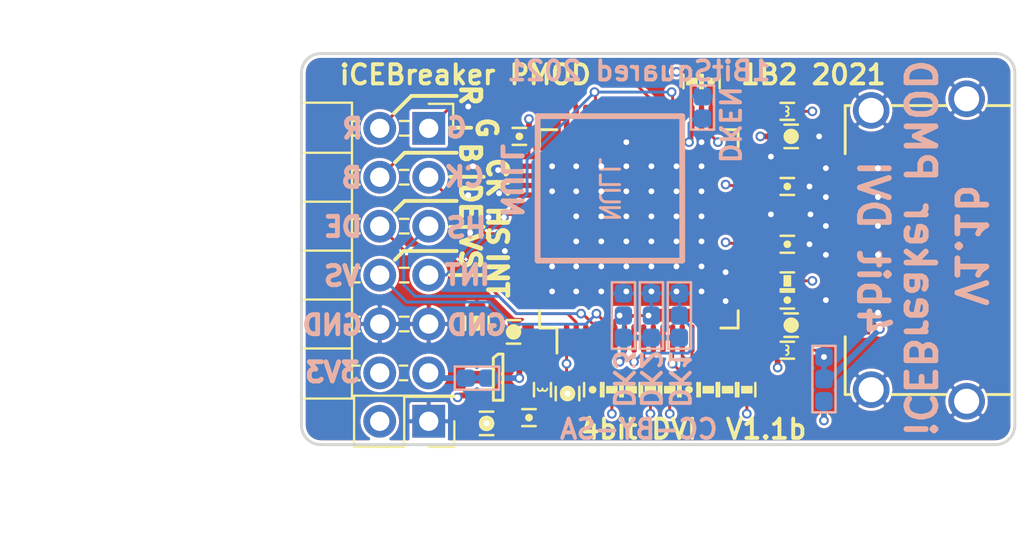
<source format=kicad_pcb>
(kicad_pcb (version 20171130) (host pcbnew 5.1.10)
  (title_block (title "iCEBreaker PMOD - 4bit DVI") (rev V1.0a) (company 1BitSquared) (comment 1 "(C) 2018-2021 Piotr Esden-Tempski <piotr@esden.net>") (comment 2 "(C) 2018-2021 1BitSquared <info@1bitsquared.com>") (comment 3 "License: CC-BY-SA V4.0"))
  (layers (0 F.Cu signal) (1 In1.Cu signal) (2 In2.Cu signal) (31 B.Cu signal) (34 B.Paste user) (35 F.Paste user) (36 B.SilkS user) (37 F.SilkS user) (38 B.Mask user) (39 F.Mask user) (44 Edge.Cuts user))
  (net 0 "")
  (net 1 GND)
  (net 2 +3V3)
  (net 3 "Net-(J4-Pad2)")
  (net 4 +5V)
  (net 5 "Net-(C3-Pad1)")
  (net 6 /DVDD)
  (net 7 /DE)
  (net 8 /VREF)
  (net 9 /HS)
  (net 10 /VS)
  (net 11 /EDGE-HTPLG)
  (net 12 /~PD)
  (net 13 "Net-(U2-Pad11)")
  (net 14 /ISEL-~RST)
  (net 15 /DSEL-SDA)
  (net 16 /BSEL-SCL)
  (net 17 /PVDD)
  (net 18 /CK-)
  (net 19 /CK+)
  (net 20 /TVDD)
  (net 21 /D0-)
  (net 22 /D0+)
  (net 23 /D1-)
  (net 24 /D1+)
  (net 25 /D2-)
  (net 26 /D2+)
  (net 27 /DKEN)
  (net 28 /RED)
  (net 29 /GRN)
  (net 30 /BLU)
  (net 31 /CLK)
  (net 32 "Net-(J5-Pad19)")
  (net 33 "Net-(J5-Pad16)")
  (net 34 "Net-(J5-Pad15)")
  (net 35 "Net-(J5-Pad14)")
  (net 36 "Net-(J5-Pad13)")
  (net 37 "Net-(J1-Pad12)")
  (net 38 /TFADJ)
  (net 39 /INT)
  (net 40 /DK3)
  (net 41 /DK2)
  (net 42 /DK1)
  (module pkl_logos:null_Logo_SilkS_7.5mm (layer B.Cu) (at 46 37 90)
    (fp_text reference REF** hide)
    (fp_text value null_Logo_SilkS_7.5mm hide)
  )
  (module pkl_connectors:HDMI-10029449-111RLF (layer F.Cu) (at 59.5 40.2 90)
    (fp_text reference J5)
    (fp_text value HDMI_A_1.4 hide)
    (pad SH thru_hole circle (at -7.85 5 90) (size 1.9 1.9) (drill 1.3) (layers *.Cu *.Mask) (net 1 GND))
    (pad SH thru_hole circle (at 7.85 5 90) (size 1.9 1.9) (drill 1.3) (layers *.Cu *.Mask) (net 1 GND))
    (pad SH thru_hole circle (at 7.25 0.05 90) (size 1.9 1.9) (drill 1.3) (layers *.Cu *.Mask) (net 1 GND))
    (pad SH thru_hole circle (at -7.25 0.05 90) (size 1.9 1.9) (drill 1.3) (layers *.Cu *.Mask) (net 1 GND))
    (pad 2 smd roundrect (at 4.25 -0.95 90) (size 0.28 1.9) (layers F.Cu F.Paste F.Mask) (net 1 GND))
    (pad 3 smd roundrect (at 3.75 -0.95 90) (size 0.28 1.9) (layers F.Cu F.Paste F.Mask) (net 25 /D2-))
    (pad 4 smd roundrect (at 3.25 -0.95 90) (size 0.28 1.9) (layers F.Cu F.Paste F.Mask) (net 24 /D1+))
    (pad 5 smd roundrect (at 2.75 -0.95 90) (size 0.28 1.9) (layers F.Cu F.Paste F.Mask) (net 1 GND))
    (pad 6 smd roundrect (at 2.25 -0.95 90) (size 0.28 1.9) (layers F.Cu F.Paste F.Mask) (net 23 /D1-))
    (pad 7 smd roundrect (at 1.75 -0.95 90) (size 0.28 1.9) (layers F.Cu F.Paste F.Mask) (net 22 /D0+))
    (pad 8 smd roundrect (at 1.25 -0.95 90) (size 0.28 1.9) (layers F.Cu F.Paste F.Mask) (net 1 GND))
    (pad 9 smd roundrect (at 0.75 -0.95 90) (size 0.28 1.9) (layers F.Cu F.Paste F.Mask) (net 21 /D0-))
    (pad 10 smd roundrect (at 0.25 -0.95 90) (size 0.28 1.9) (layers F.Cu F.Paste F.Mask) (net 19 /CK+))
    (pad 11 smd roundrect (at -0.25 -0.95 90) (size 0.28 1.9) (layers F.Cu F.Paste F.Mask) (net 1 GND))
    (pad 12 smd roundrect (at -0.75 -0.95 90) (size 0.28 1.9) (layers F.Cu F.Paste F.Mask) (net 18 /CK-))
    (pad 13 smd roundrect (at -1.25 -0.95 90) (size 0.28 1.9) (layers F.Cu F.Paste F.Mask) (net 36 "Net-(J5-Pad13)"))
    (pad 14 smd roundrect (at -1.75 -0.95 90) (size 0.28 1.9) (layers F.Cu F.Paste F.Mask) (net 35 "Net-(J5-Pad14)"))
    (pad 15 smd roundrect (at -2.25 -0.95 90) (size 0.28 1.9) (layers F.Cu F.Paste F.Mask) (net 34 "Net-(J5-Pad15)"))
    (pad 16 smd roundrect (at -2.75 -0.95 90) (size 0.28 1.9) (layers F.Cu F.Paste F.Mask) (net 33 "Net-(J5-Pad16)"))
    (pad 17 smd roundrect (at -3.25 -0.95 90) (size 0.28 1.9) (layers F.Cu F.Paste F.Mask) (net 1 GND))
    (pad 18 smd roundrect (at -3.75 -0.95 90) (size 0.28 1.9) (layers F.Cu F.Paste F.Mask) (net 3 "Net-(J4-Pad2)"))
    (pad 1 smd roundrect (at 4.75 -0.95 90) (size 0.28 1.9) (layers F.Cu F.Paste F.Mask) (net 26 /D2+))
    (pad 19 smd roundrect (at -4.25 -0.95 90) (size 0.28 1.9) (layers F.Cu F.Paste F.Mask) (net 32 "Net-(J5-Pad19)"))
  )
  (module pkl_housings_qfp:TQFP-64-1EP_10x10mm_P0.5mm_EP5x5mm (layer F.Cu) (at 47.5 39.1 90)
    (fp_text reference U2)
    (fp_text value SII164)
    (pad 65 thru_hole circle (at -1.95 3.25 90) (size 0.5 0.5) (drill 0.3) (layers *.Cu) (net 1 GND))
    (pad 65 thru_hole circle (at -3.25 3.25 90) (size 0.5 0.5) (drill 0.3) (layers *.Cu) (net 1 GND))
    (pad 65 thru_hole circle (at 0.65 3.25 90) (size 0.5 0.5) (drill 0.3) (layers *.Cu) (net 1 GND))
    (pad 65 thru_hole circle (at -0.65 3.25 90) (size 0.5 0.5) (drill 0.3) (layers *.Cu) (net 1 GND))
    (pad 65 thru_hole circle (at 3.25 3.25 90) (size 0.5 0.5) (drill 0.3) (layers *.Cu) (net 1 GND))
    (pad 65 thru_hole circle (at 1.95 3.25 90) (size 0.5 0.5) (drill 0.3) (layers *.Cu) (net 1 GND))
    (pad 65 thru_hole circle (at -1.95 1.95 90) (size 0.5 0.5) (drill 0.3) (layers *.Cu) (net 1 GND))
    (pad 65 thru_hole circle (at -3.25 1.95 90) (size 0.5 0.5) (drill 0.3) (layers *.Cu) (net 1 GND))
    (pad 65 thru_hole circle (at 0.65 1.95 90) (size 0.5 0.5) (drill 0.3) (layers *.Cu) (net 1 GND))
    (pad 65 thru_hole circle (at -0.65 1.95 90) (size 0.5 0.5) (drill 0.3) (layers *.Cu) (net 1 GND))
    (pad 65 thru_hole circle (at 3.25 1.95 90) (size 0.5 0.5) (drill 0.3) (layers *.Cu) (net 1 GND))
    (pad 65 thru_hole circle (at 1.95 1.95 90) (size 0.5 0.5) (drill 0.3) (layers *.Cu) (net 1 GND))
    (pad 65 thru_hole circle (at -3.25 0.65 90) (size 0.5 0.5) (drill 0.3) (layers *.Cu) (net 1 GND))
    (pad 65 thru_hole circle (at 0.65 0.65 90) (size 0.5 0.5) (drill 0.3) (layers *.Cu) (net 1 GND))
    (pad 65 thru_hole circle (at -0.65 0.65 90) (size 0.5 0.5) (drill 0.3) (layers *.Cu) (net 1 GND))
    (pad 65 thru_hole circle (at 1.95 0.65 90) (size 0.5 0.5) (drill 0.3) (layers *.Cu) (net 1 GND))
    (pad 65 thru_hole circle (at -1.95 0.65 90) (size 0.5 0.5) (drill 0.3) (layers *.Cu) (net 1 GND))
    (pad 65 thru_hole circle (at 3.25 0.65 90) (size 0.5 0.5) (drill 0.3) (layers *.Cu) (net 1 GND))
    (pad 65 thru_hole circle (at -3.25 -0.65 90) (size 0.5 0.5) (drill 0.3) (layers *.Cu) (net 1 GND))
    (pad 65 thru_hole circle (at 0.65 -0.65 90) (size 0.5 0.5) (drill 0.3) (layers *.Cu) (net 1 GND))
    (pad 65 thru_hole circle (at -0.65 -0.65 90) (size 0.5 0.5) (drill 0.3) (layers *.Cu) (net 1 GND))
    (pad 65 thru_hole circle (at 1.95 -0.65 90) (size 0.5 0.5) (drill 0.3) (layers *.Cu) (net 1 GND))
    (pad 65 thru_hole circle (at -1.95 -0.65 90) (size 0.5 0.5) (drill 0.3) (layers *.Cu) (net 1 GND))
    (pad 65 thru_hole circle (at 3.25 -0.65 90) (size 0.5 0.5) (drill 0.3) (layers *.Cu) (net 1 GND))
    (pad 65 thru_hole circle (at 1.95 -1.95 90) (size 0.5 0.5) (drill 0.3) (layers *.Cu) (net 1 GND))
    (pad 65 thru_hole circle (at -1.95 -1.95 90) (size 0.5 0.5) (drill 0.3) (layers *.Cu) (net 1 GND))
    (pad 65 thru_hole circle (at 3.25 -1.95 90) (size 0.5 0.5) (drill 0.3) (layers *.Cu) (net 1 GND))
    (pad 65 thru_hole circle (at -3.25 -1.95 90) (size 0.5 0.5) (drill 0.3) (layers *.Cu) (net 1 GND))
    (pad 65 thru_hole circle (at 0.65 -1.95 90) (size 0.5 0.5) (drill 0.3) (layers *.Cu) (net 1 GND))
    (pad 65 thru_hole circle (at -0.65 -1.95 90) (size 0.5 0.5) (drill 0.3) (layers *.Cu) (net 1 GND))
    (pad 65 thru_hole circle (at 3.25 -3.25 90) (size 0.5 0.5) (drill 0.3) (layers *.Cu) (net 1 GND))
    (pad 65 thru_hole circle (at 1.95 -3.25 90) (size 0.5 0.5) (drill 0.3) (layers *.Cu) (net 1 GND))
    (pad 65 thru_hole circle (at 0.65 -3.25 90) (size 0.5 0.5) (drill 0.3) (layers *.Cu) (net 1 GND))
    (pad 65 thru_hole circle (at -0.65 -3.25 90) (size 0.5 0.5) (drill 0.3) (layers *.Cu) (net 1 GND))
    (pad 65 thru_hole circle (at -1.95 -3.25 90) (size 0.5 0.5) (drill 0.3) (layers *.Cu) (net 1 GND))
    (pad 65 thru_hole circle (at -3.25 -3.25 90) (size 0.5 0.5) (drill 0.3) (layers *.Cu) (net 1 GND))
    (pad 65 smd rect (at 0 0 90) (size 8 8) (layers F.Cu) (net 1 GND))
    (pad 64 smd oval (at -3.75 -5.7 90) (size 0.28 1.5) (layers F.Cu F.Paste F.Mask) (net 1 GND))
    (pad 63 smd oval (at -3.25 -5.7 90) (size 0.28 1.5) (layers F.Cu F.Paste F.Mask) (net 1 GND))
    (pad 62 smd oval (at -2.75 -5.7 90) (size 0.28 1.5) (layers F.Cu F.Paste F.Mask) (net 1 GND))
    (pad 61 smd oval (at -2.25 -5.7 90) (size 0.28 1.5) (layers F.Cu F.Paste F.Mask) (net 1 GND))
    (pad 60 smd oval (at -1.75 -5.7 90) (size 0.28 1.5) (layers F.Cu F.Paste F.Mask) (net 1 GND))
    (pad 59 smd oval (at -1.25 -5.7 90) (size 0.28 1.5) (layers F.Cu F.Paste F.Mask) (net 30 /BLU))
    (pad 58 smd oval (at -0.75 -5.7 90) (size 0.28 1.5) (layers F.Cu F.Paste F.Mask) (net 30 /BLU))
    (pad 57 smd oval (at -0.25 -5.7 90) (size 0.28 1.5) (layers F.Cu F.Paste F.Mask) (net 31 /CLK))
    (pad 56 smd oval (at 0.25 -5.7 90) (size 0.28 1.5) (layers F.Cu F.Paste F.Mask) (net 1 GND))
    (pad 55 smd oval (at 0.75 -5.7 90) (size 0.28 1.5) (layers F.Cu F.Paste F.Mask) (net 39 /INT))
    (pad 54 smd oval (at 1.25 -5.7 90) (size 0.28 1.5) (layers F.Cu F.Paste F.Mask) (net 30 /BLU))
    (pad 53 smd oval (at 1.75 -5.7 90) (size 0.28 1.5) (layers F.Cu F.Paste F.Mask) (net 1 GND))
    (pad 52 smd oval (at 2.25 -5.7 90) (size 0.28 1.5) (layers F.Cu F.Paste F.Mask) (net 1 GND))
    (pad 51 smd oval (at 2.75 -5.7 90) (size 0.28 1.5) (layers F.Cu F.Paste F.Mask) (net 1 GND))
    (pad 50 smd oval (at 3.25 -5.7 90) (size 0.28 1.5) (layers F.Cu F.Paste F.Mask) (net 1 GND))
    (pad 49 smd oval (at 3.75 -5.7 90) (size 0.28 1.5) (layers F.Cu F.Paste F.Mask) (net 17 /PVDD))
    (pad 48 smd oval (at 5.7 -3.75 180) (size 0.28 1.5) (layers F.Cu F.Paste F.Mask) (net 1 GND))
    (pad 47 smd oval (at 5.7 -3.25 180) (size 0.28 1.5) (layers F.Cu F.Paste F.Mask) (net 29 /GRN))
    (pad 46 smd oval (at 5.7 -2.75 180) (size 0.28 1.5) (layers F.Cu F.Paste F.Mask) (net 29 /GRN))
    (pad 45 smd oval (at 5.7 -2.25 180) (size 0.28 1.5) (layers F.Cu F.Paste F.Mask) (net 39 /INT))
    (pad 44 smd oval (at 5.7 -1.75 180) (size 0.28 1.5) (layers F.Cu F.Paste F.Mask) (net 29 /GRN))
    (pad 43 smd oval (at 5.7 -1.25 180) (size 0.28 1.5) (layers F.Cu F.Paste F.Mask) (net 1 GND))
    (pad 42 smd oval (at 5.7 -0.75 180) (size 0.28 1.5) (layers F.Cu F.Paste F.Mask) (net 1 GND))
    (pad 41 smd oval (at 5.7 -0.25 180) (size 0.28 1.5) (layers F.Cu F.Paste F.Mask) (net 1 GND))
    (pad 40 smd oval (at 5.7 0.25 180) (size 0.28 1.5) (layers F.Cu F.Paste F.Mask) (net 1 GND))
    (pad 39 smd oval (at 5.7 0.75 180) (size 0.28 1.5) (layers F.Cu F.Paste F.Mask) (net 28 /RED))
    (pad 38 smd oval (at 5.7 1.25 180) (size 0.28 1.5) (layers F.Cu F.Paste F.Mask) (net 28 /RED))
    (pad 37 smd oval (at 5.7 1.75 180) (size 0.28 1.5) (layers F.Cu F.Paste F.Mask) (net 39 /INT))
    (pad 36 smd oval (at 5.7 2.25 180) (size 0.28 1.5) (layers F.Cu F.Paste F.Mask) (net 28 /RED))
    (pad 35 smd oval (at 5.7 2.75 180) (size 0.28 1.5) (layers F.Cu F.Paste F.Mask) (net 27 /DKEN))
    (pad 34 smd oval (at 5.7 3.25 180) (size 0.28 1.5) (layers F.Cu F.Paste F.Mask) (net 1 GND))
    (pad 33 smd oval (at 5.7 3.75 180) (size 0.28 1.5) (layers F.Cu F.Paste F.Mask) (net 6 /DVDD))
    (pad 32 smd oval (at 3.75 5.7 90) (size 0.28 1.5) (layers F.Cu F.Paste F.Mask) (net 1 GND))
    (pad 31 smd oval (at 3.25 5.7 90) (size 0.28 1.5) (layers F.Cu F.Paste F.Mask) (net 26 /D2+))
    (pad 30 smd oval (at 2.75 5.7 90) (size 0.28 1.5) (layers F.Cu F.Paste F.Mask) (net 25 /D2-))
    (pad 29 smd oval (at 2.25 5.7 90) (size 0.28 1.5) (layers F.Cu F.Paste F.Mask) (net 20 /TVDD))
    (pad 28 smd oval (at 1.75 5.7 90) (size 0.28 1.5) (layers F.Cu F.Paste F.Mask) (net 24 /D1+))
    (pad 27 smd oval (at 1.25 5.7 90) (size 0.28 1.5) (layers F.Cu F.Paste F.Mask) (net 23 /D1-))
    (pad 26 smd oval (at 0.75 5.7 90) (size 0.28 1.5) (layers F.Cu F.Paste F.Mask) (net 1 GND))
    (pad 25 smd oval (at 0.25 5.7 90) (size 0.28 1.5) (layers F.Cu F.Paste F.Mask) (net 22 /D0+))
    (pad 24 smd oval (at -0.25 5.7 90) (size 0.28 1.5) (layers F.Cu F.Paste F.Mask) (net 21 /D0-))
    (pad 23 smd oval (at -0.75 5.7 90) (size 0.28 1.5) (layers F.Cu F.Paste F.Mask) (net 20 /TVDD))
    (pad 22 smd oval (at -1.25 5.7 90) (size 0.28 1.5) (layers F.Cu F.Paste F.Mask) (net 19 /CK+))
    (pad 21 smd oval (at -1.75 5.7 90) (size 0.28 1.5) (layers F.Cu F.Paste F.Mask) (net 18 /CK-))
    (pad 20 smd oval (at -2.25 5.7 90) (size 0.28 1.5) (layers F.Cu F.Paste F.Mask) (net 1 GND))
    (pad 19 smd oval (at -2.75 5.7 90) (size 0.28 1.5) (layers F.Cu F.Paste F.Mask) (net 38 /TFADJ))
    (pad 18 smd oval (at -3.25 5.7 90) (size 0.28 1.5) (layers F.Cu F.Paste F.Mask) (net 17 /PVDD))
    (pad 17 smd oval (at -3.75 5.7 90) (size 0.28 1.5) (layers F.Cu F.Paste F.Mask) (net 1 GND))
    (pad 16 smd oval (at -5.7 3.75 180) (size 0.28 1.5) (layers F.Cu F.Paste F.Mask) (net 1 GND))
    (pad 15 smd oval (at -5.7 3.25 180) (size 0.28 1.5) (layers F.Cu F.Paste F.Mask) (net 16 /BSEL-SCL))
    (pad 14 smd oval (at -5.7 2.75 180) (size 0.28 1.5) (layers F.Cu F.Paste F.Mask) (net 15 /DSEL-SDA))
    (pad 13 smd oval (at -5.7 2.25 180) (size 0.28 1.5) (layers F.Cu F.Paste F.Mask) (net 14 /ISEL-~RST))
    (pad 12 smd oval (at -5.7 1.75 180) (size 0.28 1.5) (layers F.Cu F.Paste F.Mask) (net 6 /DVDD))
    (pad 11 smd oval (at -5.7 1.25 180) (size 0.28 1.5) (layers F.Cu F.Paste F.Mask) (net 13 "Net-(U2-Pad11)"))
    (pad 10 smd oval (at -5.7 0.75 180) (size 0.28 1.5) (layers F.Cu F.Paste F.Mask) (net 12 /~PD))
    (pad 9 smd oval (at -5.7 0.25 180) (size 0.28 1.5) (layers F.Cu F.Paste F.Mask) (net 11 /EDGE-HTPLG))
    (pad 8 smd oval (at -5.7 -0.25 180) (size 0.28 1.5) (layers F.Cu F.Paste F.Mask) (net 42 /DK1))
    (pad 7 smd oval (at -5.7 -0.75 180) (size 0.28 1.5) (layers F.Cu F.Paste F.Mask) (net 41 /DK2))
    (pad 6 smd oval (at -5.7 -1.25 180) (size 0.28 1.5) (layers F.Cu F.Paste F.Mask) (net 40 /DK3))
    (pad 5 smd oval (at -5.7 -1.75 180) (size 0.28 1.5) (layers F.Cu F.Paste F.Mask) (net 10 /VS))
    (pad 4 smd oval (at -5.7 -2.25 180) (size 0.28 1.5) (layers F.Cu F.Paste F.Mask) (net 9 /HS))
    (pad 3 smd oval (at -5.7 -2.75 180) (size 0.28 1.5) (layers F.Cu F.Paste F.Mask) (net 8 /VREF))
    (pad 2 smd oval (at -5.7 -3.25 180) (size 0.28 1.5) (layers F.Cu F.Paste F.Mask) (net 7 /DE))
    (pad 1 smd oval (at -5.7 -3.75 180) (size 0.28 1.5) (layers F.Cu F.Paste F.Mask) (net 6 /DVDD))
  )
  (module pkl_jumpers:J_0603 (layer B.Cu) (at 50.8 32.8 90)
    (fp_text reference J9)
    (fp_text value sj)
    (pad 2 smd roundrect (at 0.575 0 90) (size 0.95 0.9) (layers B.Cu B.Mask) (net 1 GND))
    (pad 1 smd roundrect (at -0.575 0 90) (size 0.95 0.9) (layers B.Cu B.Mask) (net 27 /DKEN))
  )
  (module pkl_jumpers:J_NCNO_0903_15 (layer B.Cu) (at 49.6 43.6 270)
    (fp_text reference J8)
    (fp_text value sj)
    (fp_line (start -0.675 0) (end -0.475 0) (layer B.Cu) (width 0.15))
    (pad 3 smd roundrect (at 1.15 0 270) (size 0.95 0.9) (layers B.Cu B.Mask) (net 2 +3V3))
    (pad 2 smd roundrect (at 0 0 270) (size 0.95 0.9) (layers B.Cu B.Mask) (net 42 /DK1))
    (pad 1 smd roundrect (at -1.15 0 270) (size 0.95 0.9) (layers B.Cu B.Mask) (net 1 GND))
  )
  (module pkl_jumpers:J_NCNO_0903_15 (layer B.Cu) (at 48.15 43.6 270)
    (fp_text reference J7)
    (fp_text value sj)
    (fp_line (start -0.675 0) (end -0.475 0) (layer B.Cu) (width 0.15))
    (pad 3 smd roundrect (at 1.15 0 270) (size 0.95 0.9) (layers B.Cu B.Mask) (net 2 +3V3))
    (pad 2 smd roundrect (at 0 0 270) (size 0.95 0.9) (layers B.Cu B.Mask) (net 41 /DK2))
    (pad 1 smd roundrect (at -1.15 0 270) (size 0.95 0.9) (layers B.Cu B.Mask) (net 1 GND))
  )
  (module pkl_jumpers:J_NCNO_0903_15 (layer B.Cu) (at 46.7 43.6 90)
    (fp_text reference J6 hide)
    (fp_text value sj hide)
    (fp_line (start -0.675 0) (end -0.475 0) (layer B.Cu) (width 0.15))
    (pad 3 smd roundrect (at 1.15 0 90) (size 0.95 0.9) (layers B.Cu B.Mask) (net 1 GND))
    (pad 2 smd roundrect (at 0 0 90) (size 0.95 0.9) (layers B.Cu B.Mask) (net 40 /DK3))
    (pad 1 smd roundrect (at -1.15 0 90) (size 0.95 0.9) (layers B.Cu B.Mask) (net 2 +3V3))
  )
  (module pkl_dipol:C_0402 (layer F.Cu) (at 41.3 34.3 180)
    (fp_text reference C11)
    (fp_text value 100n)
    (pad 2 smd roundrect (at 0.5 0 180) (size 0.5 0.6) (layers F.Cu F.Paste F.Mask) (net 1 GND))
    (pad 1 smd roundrect (at -0.5 0 180) (size 0.5 0.6) (layers F.Cu F.Paste F.Mask) (net 17 /PVDD))
  )
  (module pkl_connectors:PMODHeader_2x06_P2.54mm_Horizontal (layer F.Cu) (at 36.6 46.58 180)
    (fp_text reference J1)
    (fp_text value PMOD)
    (pad 6 thru_hole circle (at 0 0 180) (size 1.7 1.7) (drill 1) (layers *.Cu *.Mask) (net 37 "Net-(J1-Pad12)"))
    (pad 12 thru_hole oval (at 2.54 0 180) (size 1.7 1.7) (drill 1) (layers *.Cu *.Mask) (net 37 "Net-(J1-Pad12)"))
    (pad 5 thru_hole oval (at 0 2.54 180) (size 1.7 1.7) (drill 1) (layers *.Cu *.Mask) (net 1 GND))
    (pad 11 thru_hole oval (at 2.54 2.54 180) (size 1.7 1.7) (drill 1) (layers *.Cu *.Mask) (net 1 GND))
    (pad 4 thru_hole oval (at 0 5.08 180) (size 1.7 1.7) (drill 1) (layers *.Cu *.Mask) (net 39 /INT))
    (pad 10 thru_hole oval (at 2.54 5.08 180) (size 1.7 1.7) (drill 1) (layers *.Cu *.Mask) (net 10 /VS))
    (pad 3 thru_hole oval (at 0 7.62 180) (size 1.7 1.7) (drill 1) (layers *.Cu *.Mask) (net 9 /HS))
    (pad 9 thru_hole oval (at 2.54 7.62 180) (size 1.7 1.7) (drill 1) (layers *.Cu *.Mask) (net 7 /DE))
    (pad 2 thru_hole oval (at 0 10.16 180) (size 1.7 1.7) (drill 1) (layers *.Cu *.Mask) (net 31 /CLK))
    (pad 8 thru_hole oval (at 2.54 10.16 180) (size 1.7 1.7) (drill 1) (layers *.Cu *.Mask) (net 30 /BLU))
    (pad 1 thru_hole rect (at 0 12.7 180) (size 1.7 1.7) (drill 1) (layers *.Cu *.Mask) (net 29 /GRN))
    (pad 7 thru_hole circle (at 2.54 12.7 180) (size 1.7 1.7) (drill 1) (layers *.Cu *.Mask) (net 28 /RED))
  )
  (module Connector_PinHeader_2.54mm:PinHeader_2x01_P2.54mm_Vertical (layer F.Cu) (at 36.6 49.09 180)
    (fp_text reference J3)
    (fp_text value 5V)
    (pad 1 thru_hole rect (at 0 0 180) (size 1.7 1.7) (drill 1) (layers *.Cu *.Mask) (net 1 GND))
    (pad 2 thru_hole oval (at 2.54 0 180) (size 1.7 1.7) (drill 1) (layers *.Cu *.Mask) (net 4 +5V))
  )
  (module pkl_jumpers:J_NCNO_0903_30 (layer B.Cu) (at 57.1 46.9 270)
    (fp_text reference J4)
    (fp_text value 3v3_5v_sel)
    (fp_line (start -0.775 0) (end -0.375 0) (layer B.Cu) (width 0.3))
    (pad 1 smd roundrect (at -1.15 0 270) (size 0.95 0.9) (layers B.Cu B.Paste B.Mask) (net 2 +3V3))
    (pad 2 smd roundrect (at 0 0 270) (size 0.95 0.9) (layers B.Cu B.Paste B.Mask) (net 3 "Net-(J4-Pad2)"))
    (pad 3 smd roundrect (at 1.15 0 270) (size 0.95 0.9) (layers B.Cu B.Paste B.Mask) (net 4 +5V))
  )
  (module pkl_jumpers:J_NC_0603_30 (layer B.Cu) (at 39.1 46.85 180)
    (fp_text reference J2)
    (fp_text value jmp)
    (fp_line (start -0.2 0) (end 0.2 0) (layer B.Cu) (width 0.3))
    (pad 1 smd roundrect (at -0.575 0 180) (size 0.95 0.9) (layers B.Cu B.Paste B.Mask) (net 2 +3V3))
    (pad 2 smd roundrect (at 0.575 0 180) (size 0.95 0.9) (layers B.Cu B.Paste B.Mask) (net 37 "Net-(J1-Pad12)"))
  )
  (module pkl_dipol:C_0402 (layer F.Cu) (at 51.25 31.45 90)
    (fp_text reference C6)
    (fp_text value 100n)
    (pad 2 smd roundrect (at 0.5 0 90) (size 0.5 0.6) (layers F.Cu F.Paste F.Mask) (net 1 GND))
    (pad 1 smd roundrect (at -0.5 0 90) (size 0.5 0.6) (layers F.Cu F.Paste F.Mask) (net 6 /DVDD))
  )
  (module pkl_dipol:C_0402 (layer F.Cu) (at 55.2 39.9)
    (fp_text reference C7)
    (fp_text value 100n)
    (pad 1 smd roundrect (at -0.5 0) (size 0.5 0.6) (layers F.Cu F.Paste F.Mask) (net 20 /TVDD))
    (pad 2 smd roundrect (at 0.5 0) (size 0.5 0.6) (layers F.Cu F.Paste F.Mask) (net 1 GND))
  )
  (module pkl_dipol:C_0402 (layer F.Cu) (at 45.1 47.45 270)
    (fp_text reference C8)
    (fp_text value 100n)
    (pad 2 smd roundrect (at 0.5 0 270) (size 0.5 0.6) (layers F.Cu F.Paste F.Mask) (net 1 GND))
    (pad 1 smd roundrect (at -0.5 0 270) (size 0.5 0.6) (layers F.Cu F.Paste F.Mask) (net 6 /DVDD))
  )
  (module pkl_dipol:C_0402 (layer F.Cu) (at 55.2 42.8)
    (fp_text reference C9)
    (fp_text value 100n)
    (pad 1 smd roundrect (at -0.5 0) (size 0.5 0.6) (layers F.Cu F.Paste F.Mask) (net 17 /PVDD))
    (pad 2 smd roundrect (at 0.5 0) (size 0.5 0.6) (layers F.Cu F.Paste F.Mask) (net 1 GND))
  )
  (module pkl_dipol:C_0402 (layer F.Cu) (at 55.2 36.9)
    (fp_text reference C10)
    (fp_text value 100n)
    (pad 2 smd roundrect (at 0.5 0) (size 0.5 0.6) (layers F.Cu F.Paste F.Mask) (net 1 GND))
    (pad 1 smd roundrect (at -0.5 0) (size 0.5 0.6) (layers F.Cu F.Paste F.Mask) (net 20 /TVDD))
  )
  (module pkl_dipol:C_0402 (layer F.Cu) (at 50.1 47.45 270)
    (fp_text reference C5)
    (fp_text value 100n)
    (pad 2 smd roundrect (at 0.5 0 270) (size 0.5 0.6) (layers F.Cu F.Paste F.Mask) (net 1 GND))
    (pad 1 smd roundrect (at -0.5 0 270) (size 0.5 0.6) (layers F.Cu F.Paste F.Mask) (net 6 /DVDD))
  )
  (module pkl_dipol:C_0402 (layer F.Cu) (at 41.8 48.9)
    (fp_text reference C3)
    (fp_text value 470p)
    (pad 1 smd roundrect (at -0.5 0) (size 0.5 0.6) (layers F.Cu F.Paste F.Mask) (net 5 "Net-(C3-Pad1)"))
    (pad 2 smd roundrect (at 0.5 0) (size 0.5 0.6) (layers F.Cu F.Paste F.Mask) (net 1 GND))
  )
  (module pkl_dipol:C_0603 (layer F.Cu) (at 43.8 47.65 270)
    (fp_text reference C14)
    (fp_text value 10u)
    (pad 2 smd roundrect (at 0.75 0 270) (size 0.6 0.9) (layers F.Cu F.Paste F.Mask) (net 1 GND))
    (pad 1 smd roundrect (at -0.75 0 270) (size 0.6 0.9) (layers F.Cu F.Paste F.Mask) (net 6 /DVDD))
  )
  (module pkl_dipol:C_0603 (layer F.Cu) (at 55.4 34.3)
    (fp_text reference C16)
    (fp_text value 10u)
    (pad 1 smd roundrect (at -0.75 0) (size 0.6 0.9) (layers F.Cu F.Paste F.Mask) (net 20 /TVDD))
    (pad 2 smd roundrect (at 0.75 0) (size 0.6 0.9) (layers F.Cu F.Paste F.Mask) (net 1 GND))
  )
  (module pkl_dipol:C_0603 (layer F.Cu) (at 55.4 44.1)
    (fp_text reference C15)
    (fp_text value 10u)
    (pad 2 smd roundrect (at 0.75 0) (size 0.6 0.9) (layers F.Cu F.Paste F.Mask) (net 1 GND))
    (pad 1 smd roundrect (at -0.75 0) (size 0.6 0.9) (layers F.Cu F.Paste F.Mask) (net 17 /PVDD))
  )
  (module pkl_dipol:C_0603 (layer F.Cu) (at 39.1 44 90)
    (fp_text reference C2)
    (fp_text value 4u7)
    (pad 1 smd roundrect (at -0.75 0 90) (size 0.6 0.9) (layers F.Cu F.Paste F.Mask) (net 4 +5V))
    (pad 2 smd roundrect (at 0.75 0 90) (size 0.6 0.9) (layers F.Cu F.Paste F.Mask) (net 1 GND))
  )
  (module pkl_dipol:C_0603 (layer F.Cu) (at 39.6 49.2)
    (fp_text reference C1)
    (fp_text value 10u)
    (pad 2 smd roundrect (at 0.75 0) (size 0.6 0.9) (layers F.Cu F.Paste F.Mask) (net 1 GND))
    (pad 1 smd roundrect (at -0.75 0) (size 0.6 0.9) (layers F.Cu F.Paste F.Mask) (net 2 +3V3))
  )
  (module pkl_dipol:C_0603 (layer F.Cu) (at 41 44.45 180)
    (fp_text reference C4)
    (fp_text value 4u7)
    (pad 1 smd roundrect (at -0.75 0 180) (size 0.6 0.9) (layers F.Cu F.Paste F.Mask) (net 2 +3V3))
    (pad 2 smd roundrect (at 0.75 0 180) (size 0.6 0.9) (layers F.Cu F.Paste F.Mask) (net 1 GND))
  )
  (module pkl_dipol:L_0402 (layer F.Cu) (at 55.2 33 180)
    (fp_text reference L3)
    (fp_text value 600)
    (pad 1 smd roundrect (at -0.5 0 180) (size 0.5 0.6) (layers F.Cu F.Paste F.Mask) (net 2 +3V3))
    (pad 2 smd roundrect (at 0.5 0 180) (size 0.5 0.6) (layers F.Cu F.Paste F.Mask) (net 20 /TVDD))
  )
  (module pkl_dipol:L_0402 (layer F.Cu) (at 42.5 47.45 90)
    (fp_text reference L1)
    (fp_text value 600)
    (pad 2 smd roundrect (at 0.5 0 90) (size 0.5 0.6) (layers F.Cu F.Paste F.Mask) (net 6 /DVDD))
    (pad 1 smd roundrect (at -0.5 0 90) (size 0.5 0.6) (layers F.Cu F.Paste F.Mask) (net 2 +3V3))
  )
  (module pkl_dipol:L_0402 (layer F.Cu) (at 55.2 45.4 180)
    (fp_text reference L2)
    (fp_text value 600)
    (pad 1 smd roundrect (at -0.5 0 180) (size 0.5 0.6) (layers F.Cu F.Paste F.Mask) (net 2 +3V3))
    (pad 2 smd roundrect (at 0.5 0 180) (size 0.5 0.6) (layers F.Cu F.Paste F.Mask) (net 17 /PVDD))
  )
  (module pkl_dipol:R_0402 (layer F.Cu) (at 55.2 41.8 180)
    (fp_text reference R9)
    (fp_text value 510E)
    (pad 1 smd roundrect (at -0.5 0 180) (size 0.5 0.6) (layers F.Cu F.Paste F.Mask) (net 2 +3V3))
    (pad 2 smd roundrect (at 0.5 0 180) (size 0.5 0.6) (layers F.Cu F.Paste F.Mask) (net 38 /TFADJ))
  )
  (module pkl_dipol:R_0402 (layer F.Cu) (at 52.1 47.45 270)
    (fp_text reference R8)
    (fp_text value 10k)
    (pad 2 smd roundrect (at 0.5 0 270) (size 0.5 0.6) (layers F.Cu F.Paste F.Mask) (net 1 GND))
    (pad 1 smd roundrect (at -0.5 0 270) (size 0.5 0.6) (layers F.Cu F.Paste F.Mask) (net 15 /DSEL-SDA))
  )
  (module pkl_dipol:R_0402 (layer F.Cu) (at 51.1 47.45 270)
    (fp_text reference R7)
    (fp_text value 10k)
    (pad 1 smd roundrect (at -0.5 0 270) (size 0.5 0.6) (layers F.Cu F.Paste F.Mask) (net 14 /ISEL-~RST))
    (pad 2 smd roundrect (at 0.5 0 270) (size 0.5 0.6) (layers F.Cu F.Paste F.Mask) (net 1 GND))
  )
  (module pkl_dipol:R_0402 (layer F.Cu) (at 47.1 47.45 270)
    (fp_text reference R6)
    (fp_text value DNP)
    (pad 2 smd roundrect (at 0.5 0 270) (size 0.5 0.6) (layers F.Cu F.Paste F.Mask) (net 1 GND))
    (pad 1 smd roundrect (at -0.5 0 270) (size 0.5 0.6) (layers F.Cu F.Paste F.Mask) (net 8 /VREF))
  )
  (module pkl_dipol:R_0402 (layer F.Cu) (at 46.1 47.45 90)
    (fp_text reference R5)
    (fp_text value 33k)
    (pad 1 smd roundrect (at -0.5 0 90) (size 0.5 0.6) (layers F.Cu F.Paste F.Mask) (net 2 +3V3))
    (pad 2 smd roundrect (at 0.5 0 90) (size 0.5 0.6) (layers F.Cu F.Paste F.Mask) (net 8 /VREF))
  )
  (module pkl_dipol:R_0402 (layer F.Cu) (at 53.1 47.45 90)
    (fp_text reference R1)
    (fp_text value 10k)
    (pad 2 smd roundrect (at 0.5 0 90) (size 0.5 0.6) (layers F.Cu F.Paste F.Mask) (net 16 /BSEL-SCL))
    (pad 1 smd roundrect (at -0.5 0 90) (size 0.5 0.6) (layers F.Cu F.Paste F.Mask) (net 2 +3V3))
  )
  (module pkl_dipol:R_0402 (layer F.Cu) (at 49.1 47.45 90)
    (fp_text reference R2)
    (fp_text value 10k)
    (pad 1 smd roundrect (at -0.5 0 90) (size 0.5 0.6) (layers F.Cu F.Paste F.Mask) (net 2 +3V3))
    (pad 2 smd roundrect (at 0.5 0 90) (size 0.5 0.6) (layers F.Cu F.Paste F.Mask) (net 12 /~PD))
  )
  (module pkl_dipol:R_0402 (layer F.Cu) (at 50.25 31.45 270)
    (fp_text reference R3)
    (fp_text value 10k)
    (pad 2 smd roundrect (at 0.5 0 270) (size 0.5 0.6) (layers F.Cu F.Paste F.Mask) (net 27 /DKEN))
    (pad 1 smd roundrect (at -0.5 0 270) (size 0.5 0.6) (layers F.Cu F.Paste F.Mask) (net 2 +3V3))
  )
  (module pkl_dipol:R_0402 (layer F.Cu) (at 48.1 47.45 90)
    (fp_text reference R4)
    (fp_text value 10k)
    (pad 1 smd roundrect (at -0.5 0 90) (size 0.5 0.6) (layers F.Cu F.Paste F.Mask) (net 2 +3V3))
    (pad 2 smd roundrect (at 0.5 0 90) (size 0.5 0.6) (layers F.Cu F.Paste F.Mask) (net 11 /EDGE-HTPLG))
  )
  (module pkl_housings_sot:SOT-23-5 (layer F.Cu) (at 40.2 46.799999 180)
    (fp_text reference U1)
    (fp_text value VREG_3V3)
    (pad 1 smd roundrect (at 1.1 0.95) (size 1.06 0.65) (layers F.Cu F.Paste F.Mask) (net 4 +5V))
    (pad 2 smd roundrect (at 1.1 0) (size 1.06 0.65) (layers F.Cu F.Paste F.Mask) (net 1 GND))
    (pad 3 smd roundrect (at 1.1 -0.95) (size 1.06 0.65) (layers F.Cu F.Paste F.Mask) (net 4 +5V))
    (pad 4 smd roundrect (at -1.1 -0.95) (size 1.06 0.65) (layers F.Cu F.Paste F.Mask) (net 5 "Net-(C3-Pad1)"))
    (pad 5 smd roundrect (at -1.1 0.95) (size 1.06 0.65) (layers F.Cu F.Paste F.Mask) (net 2 +3V3))
  )
  (gr_text DKEN (at 52.2 33.7 270) (layer B.SilkS) (effects (font (size 1 1) (thickness 0.2)) (justify mirror)))
  (gr_text DK3 (at 46.7 46.9 270) (layer B.SilkS) (effects (font (size 1 1) (thickness 0.2)) (justify mirror)))
  (gr_text DK2 (at 48.1 46.9 270) (layer B.SilkS) (effects (font (size 1 1) (thickness 0.2)) (justify mirror)))
  (gr_text DK1 (at 49.6 46.9 270) (layer B.SilkS) (effects (font (size 1 1) (thickness 0.2)) (justify mirror)))
  (gr_text NULL (at 40.9 36.6 -90) (layer B.SilkS) (effects (font (size 1 1) (thickness 0.25)) (justify mirror)))
  (gr_text 3V3 (at 31.6 46.55) (layer B.SilkS) (effects (font (size 1 1) (thickness 0.25)) (justify mirror)))
  (gr_text GND (at 39.1 44.1) (layer B.SilkS) (effects (font (size 1 1) (thickness 0.25)) (justify mirror)))
  (gr_text GND (at 31.6 44.1) (layer B.SilkS) (effects (font (size 1 1) (thickness 0.25)) (justify mirror)))
  (gr_text "1BitSquared 2021" (at 47.5 30.9) (layer B.SilkS) (effects (font (size 1 1) (thickness 0.2)) (justify mirror)))
  (gr_text CC-BY-SA (at 47.5 49.5) (layer B.SilkS) (effects (font (size 1 1) (thickness 0.2)) (justify mirror)))
  (gr_text "1B2 2021" (at 56.55 31.1) (layer F.SilkS) (effects (font (size 1 1) (thickness 0.2))))
  (gr_text R (at 32.65 33.9) (layer B.SilkS) (effects (font (size 1 1) (thickness 0.25)) (justify mirror)))
  (gr_text G (at 38.05 33.85) (layer B.SilkS) (effects (font (size 1 1) (thickness 0.25)) (justify mirror)))
  (gr_text B (at 32.6 36.45) (layer B.SilkS) (effects (font (size 1 1) (thickness 0.25)) (justify mirror)))
  (gr_text CK (at 38.45 36.4) (layer B.SilkS) (effects (font (size 1 1) (thickness 0.25)) (justify mirror)))
  (gr_text DE (at 32.15 39) (layer B.SilkS) (effects (font (size 1 1) (thickness 0.25)) (justify mirror)))
  (gr_text HS (at 38.55 39.05) (layer B.SilkS) (effects (font (size 1 1) (thickness 0.25)) (justify mirror)))
  (gr_text VS (at 32.1 41.55) (layer B.SilkS) (effects (font (size 1 1) (thickness 0.25)) (justify mirror)))
  (gr_text INT (at 38.6 41.5) (layer B.SilkS) (effects (font (size 1 1) (thickness 0.25)) (justify mirror)))
  (gr_line (start 37.7 41.5) (end 39.45 41.5) (layer F.SilkS) (width 0.2))
  (gr_line (start 35.3 40.25) (end 38.05 40.25) (layer F.SilkS) (width 0.2))
  (gr_line (start 34.85 40.7) (end 35.3 40.25) (layer F.SilkS) (width 0.2))
  (gr_line (start 37.7 39) (end 39.45 39) (layer F.SilkS) (width 0.2))
  (gr_line (start 35.35 37.65) (end 38.05 37.65) (layer F.SilkS) (width 0.2))
  (gr_line (start 34.85 38.15) (end 35.35 37.65) (layer F.SilkS) (width 0.2))
  (gr_line (start 37.7 36.4) (end 39.45 36.4) (layer F.SilkS) (width 0.2))
  (gr_line (start 35.35 35.15) (end 38.05 35.15) (layer F.SilkS) (width 0.2))
  (gr_line (start 34.85 35.65) (end 35.35 35.15) (layer F.SilkS) (width 0.2))
  (gr_line (start 37.7 33.85) (end 38.8 33.85) (layer F.SilkS) (width 0.2))
  (gr_line (start 35.7 32.2) (end 38.05 32.2) (layer F.SilkS) (width 0.2))
  (gr_line (start 34.8 33.1) (end 35.7 32.2) (layer F.SilkS) (width 0.2))
  (gr_text INT (at 40.15 41.5 270) (layer F.SilkS) (effects (font (size 1 1) (thickness 0.25))))
  (gr_text HS (at 40.15 38.95 270) (layer F.SilkS) (effects (font (size 1 1) (thickness 0.25))))
  (gr_text VS (at 38.75 40.25 270) (layer F.SilkS) (effects (font (size 1 1) (thickness 0.25))))
  (gr_text DE (at 38.75 37.7 270) (layer F.SilkS) (effects (font (size 1 1) (thickness 0.25))))
  (gr_text CK (at 40.15 36.45 270) (layer F.SilkS) (effects (font (size 1 1) (thickness 0.25))))
  (gr_text B (at 38.75 35.15 270) (layer F.SilkS) (effects (font (size 1 1) (thickness 0.25))))
  (gr_text G (at 39.6 33.85 270) (layer F.SilkS) (effects (font (size 1 1) (thickness 0.25))))
  (gr_text R (at 38.75 32.15 270) (layer F.SilkS) (effects (font (size 1 1) (thickness 0.25))))
  (gr_text "iCEBreaker PMOD" (at 38.5 31.1) (layer F.SilkS) (effects (font (size 1 1) (thickness 0.2))))
  (gr_line (start 66 50.3) (end 31 50.3) (layer Edge.Cuts) (width 0.15))
  (gr_arc (start 31 49.3) (end 30 49.3) (angle -90) (layer Edge.Cuts) (width 0.15))
  (gr_arc (start 66 49.3) (end 66 50.3) (angle -90) (layer Edge.Cuts) (width 0.15))
  (gr_text "4bit DVI" (at 47.5 49.5) (layer F.SilkS) (effects (font (size 1 1) (thickness 0.2))))
  (gr_text V1.1b (at 54.1 49.5) (layer F.SilkS) (effects (font (size 1 1) (thickness 0.2))))
  (gr_text V1.1b (at 64.7 39.95 -90) (layer B.SilkS) (effects (font (size 1.5 1.5) (thickness 0.3)) (justify mirror)))
  (gr_text "iCEBreaker PMOD\n4bit DVI" (at 60.85 40.1 270) (layer B.SilkS) (effects (font (size 1.5 1.5) (thickness 0.3)) (justify mirror)))
  (gr_arc (start 66 31) (end 67 31) (angle -90) (layer Edge.Cuts) (width 0.15))
  (gr_arc (start 31 31) (end 31 30) (angle -90) (layer Edge.Cuts) (width 0.15))
  (gr_line (start 30 49.3) (end 30 31) (layer Edge.Cuts) (width 0.15))
  (gr_line (start 67 31) (end 67 49.3) (layer Edge.Cuts) (width 0.15))
  (gr_line (start 31 30) (end 66 30) (layer Edge.Cuts) (width 0.15))
  (via (at 43 41.05) (size 0.5) (drill 0.3) (layers F.Cu B.Cu) (net 1))
  (via (at 43 42.35) (size 0.5) (drill 0.3) (layers F.Cu B.Cu) (net 1))
  (via (at 43 37.15) (size 0.5) (drill 0.3) (layers F.Cu B.Cu) (net 1))
  (via (at 43 35.85) (size 0.5) (drill 0.3) (layers F.Cu B.Cu) (net 1))
  (via (at 46.85 34.6) (size 0.5) (drill 0.3) (layers F.Cu B.Cu) (net 1))
  (via (at 50.75 34.6) (size 0.5) (drill 0.3) (layers F.Cu B.Cu) (net 1))
  (via (at 57.2 37.45) (size 0.5) (drill 0.3) (layers F.Cu B.Cu) (net 1))
  (via (at 57.2 35.95) (size 0.5) (drill 0.3) (layers F.Cu B.Cu) (net 1))
  (via (at 57.2 38.95) (size 0.5) (drill 0.3) (layers F.Cu B.Cu) (net 1))
  (via (at 57.2 40.45) (size 0.5) (drill 0.3) (layers F.Cu B.Cu) (net 1))
  (via (at 57.2 42.8) (size 0.5) (drill 0.3) (layers F.Cu B.Cu) (net 1))
  (via (at 59.9 40.45) (size 0.5) (drill 0.3) (layers F.Cu B.Cu) (net 1))
  (via (at 59.9 38.95) (size 0.5) (drill 0.3) (layers F.Cu B.Cu) (net 1))
  (via (at 59.9 37.45) (size 0.5) (drill 0.3) (layers F.Cu B.Cu) (net 1))
  (via (at 59.9 35.95) (size 0.5) (drill 0.3) (layers F.Cu B.Cu) (net 1))
  (via (at 59.9 43.45) (size 0.5) (drill 0.3) (layers F.Cu B.Cu) (net 1))
  (segment (start 57.2 43.153553) (end 57.2 42.8) (width 0.15) (layer F.Cu) (net 1))
  (segment (start 57.496447 43.45) (end 57.2 43.153553) (width 0.15) (layer F.Cu) (net 1))
  (segment (start 58.55 43.45) (end 57.496447 43.45) (width 0.15) (layer F.Cu) (net 1))
  (via (at 54.35 38.35) (size 0.5) (drill 0.3) (layers F.Cu B.Cu) (net 1))
  (via (at 54.35 35.35) (size 0.5) (drill 0.3) (layers F.Cu B.Cu) (net 1))
  (via (at 52 41.35) (size 0.5) (drill 0.3) (layers F.Cu B.Cu) (net 1))
  (via (at 52 42.85) (size 0.5) (drill 0.3) (layers F.Cu B.Cu) (net 1))
  (via (at 40.55 40.25) (size 0.5) (drill 0.3) (layers F.Cu B.Cu) (net 1))
  (via (at 38.75 39.3) (size 0.5) (drill 0.3) (layers F.Cu B.Cu) (net 1))
  (via (at 40.25 37.25) (size 0.5) (drill 0.3) (layers F.Cu B.Cu) (net 1))
  (via (at 40.2 36.05) (size 0.5) (drill 0.3) (layers F.Cu B.Cu) (net 1))
  (via (at 38.9 35.85) (size 0.5) (drill 0.3) (layers F.Cu B.Cu) (net 1))
  (via (at 38.65 37.35) (size 0.5) (drill 0.3) (layers F.Cu B.Cu) (net 1))
  (via (at 56.35 39.9) (size 0.5) (drill 0.3) (layers F.Cu B.Cu) (net 1))
  (via (at 56.35 36.9) (size 0.5) (drill 0.3) (layers F.Cu B.Cu) (net 1))
  (via (at 56.85 34.3) (size 0.5) (drill 0.3) (layers F.Cu B.Cu) (net 1))
  (via (at 56.4 38.35) (size 0.5) (drill 0.3) (layers F.Cu B.Cu) (net 1))
  (via (at 38.65 32.75) (size 0.5) (drill 0.3) (layers F.Cu B.Cu) (net 1))
  (via (at 39.7 38.5) (size 0.5) (drill 0.3) (layers F.Cu B.Cu) (net 1))
  (segment (start 46.25 33.4) (end 46.25 34.55) (width 0.15) (layer F.Cu) (net 1))
  (segment (start 46.75 34.5) (end 46.85 34.6) (width 0.15) (layer F.Cu) (net 1))
  (segment (start 46.75 33.4) (end 46.75 34.5) (width 0.15) (layer F.Cu) (net 1))
  (segment (start 47.25 33.4) (end 47.25 34.55) (width 0.15) (layer F.Cu) (net 1))
  (segment (start 47.75 33.4) (end 47.75 34.55) (width 0.15) (layer F.Cu) (net 1))
  (segment (start 42.8 40.85) (end 43 41.05) (width 0.15) (layer F.Cu) (net 1))
  (segment (start 41.8 40.85) (end 42.8 40.85) (width 0.15) (layer F.Cu) (net 1))
  (segment (start 41.8 41.35) (end 42.95 41.35) (width 0.15) (layer F.Cu) (net 1))
  (segment (start 41.8 41.85) (end 42.95 41.85) (width 0.15) (layer F.Cu) (net 1))
  (segment (start 41.8 42.35) (end 43 42.35) (width 0.15) (layer F.Cu) (net 1))
  (segment (start 41.8 42.85) (end 42.95 42.85) (width 0.15) (layer F.Cu) (net 1))
  (segment (start 41.8 35.85) (end 43 35.85) (width 0.15) (layer F.Cu) (net 1))
  (segment (start 41.8 36.35) (end 42.95 36.35) (width 0.15) (layer F.Cu) (net 1))
  (segment (start 41.8 36.85) (end 42.95 36.85) (width 0.15) (layer F.Cu) (net 1))
  (segment (start 42.8 37.35) (end 43 37.15) (width 0.15) (layer F.Cu) (net 1))
  (segment (start 41.8 37.35) (end 42.8 37.35) (width 0.15) (layer F.Cu) (net 1))
  (segment (start 41.8 35.85) (end 40.65 35.85) (width 0.15) (layer F.Cu) (net 1))
  (segment (start 41.8 36.35) (end 40.65 36.35) (width 0.15) (layer F.Cu) (net 1))
  (segment (start 41.8 36.85) (end 40.65 36.85) (width 0.15) (layer F.Cu) (net 1))
  (segment (start 41.8 37.35) (end 40.65 37.35) (width 0.15) (layer F.Cu) (net 1))
  (segment (start 41.8 42.85) (end 40.95 42.85) (width 0.15) (layer F.Cu) (net 1))
  (segment (start 40.95 42.85) (end 40.7 42.6) (width 0.15) (layer F.Cu) (net 1))
  (segment (start 41.8 40.85) (end 40.7 40.85) (width 0.15) (layer F.Cu) (net 1))
  (segment (start 41.8 41.35) (end 40.7 41.35) (width 0.15) (layer F.Cu) (net 1))
  (segment (start 41.8 41.85) (end 40.7 41.85) (width 0.15) (layer F.Cu) (net 1))
  (segment (start 41.8 42.35) (end 40.7 42.35) (width 0.15) (layer F.Cu) (net 1))
  (via (at 41.3 46.85) (size 0.5) (drill 0.3) (layers F.Cu B.Cu) (net 2))
  (segment (start 39.675 46.85) (end 41.3 46.85) (width 0.3) (layer B.Cu) (net 2))
  (segment (start 41.3 46.85) (end 41.3 45.849999) (width 0.3) (layer F.Cu) (net 2))
  (segment (start 41.75 45.399999) (end 41.3 45.849999) (width 0.3) (layer F.Cu) (net 2))
  (segment (start 41.75 44.45) (end 41.75 45.399999) (width 0.3) (layer F.Cu) (net 2))
  (via (at 39.6 49.2) (size 0.5) (drill 0.3) (layers F.Cu B.Cu) (net 2))
  (segment (start 38.85 49.2) (end 39.6 49.2) (width 0.3) (layer F.Cu) (net 2))
  (via (at 46.1 48.7) (size 0.5) (drill 0.3) (layers F.Cu B.Cu) (net 2))
  (segment (start 46.1 47.95) (end 46.1 48.7) (width 0.15) (layer F.Cu) (net 2))
  (via (at 48.1 48.7) (size 0.5) (drill 0.3) (layers F.Cu B.Cu) (net 2))
  (segment (start 48.1 47.95) (end 48.1 48.7) (width 0.15) (layer F.Cu) (net 2))
  (via (at 49.1 48.7) (size 0.5) (drill 0.3) (layers F.Cu B.Cu) (net 2))
  (segment (start 49.1 47.95) (end 49.1 48.7) (width 0.15) (layer F.Cu) (net 2))
  (via (at 53.1 48.7) (size 0.5) (drill 0.3) (layers F.Cu B.Cu) (net 2))
  (segment (start 53.1 47.95) (end 53.1 48.7) (width 0.15) (layer F.Cu) (net 2))
  (segment (start 42.5 47.95) (end 42.8 47.65) (width 0.3) (layer F.Cu) (net 2))
  (via (at 43.8 47.65) (size 0.5) (drill 0.3) (layers F.Cu B.Cu) (net 2))
  (segment (start 42.8 47.65) (end 43.8 47.65) (width 0.3) (layer F.Cu) (net 2))
  (via (at 49.45 30.95) (size 0.5) (drill 0.3) (layers F.Cu B.Cu) (net 2))
  (segment (start 50.25 30.95) (end 49.45 30.95) (width 0.15) (layer F.Cu) (net 2))
  (via (at 56.5 41.8) (size 0.5) (drill 0.3) (layers F.Cu B.Cu) (net 2))
  (segment (start 55.7 41.8) (end 56.5 41.8) (width 0.15) (layer F.Cu) (net 2))
  (via (at 56.5 33) (size 0.5) (drill 0.3) (layers F.Cu B.Cu) (net 2))
  (segment (start 55.7 33) (end 56.5 33) (width 0.15) (layer F.Cu) (net 2))
  (via (at 57.099996 45.75) (size 0.5) (drill 0.3) (layers F.Cu B.Cu) (net 2))
  (segment (start 56.749996 45.4) (end 57.099996 45.75) (width 0.15) (layer F.Cu) (net 2))
  (segment (start 55.7 45.4) (end 56.749996 45.4) (width 0.15) (layer F.Cu) (net 2))
  (via (at 46.5 46) (size 0.5) (drill 0.3) (layers F.Cu B.Cu) (net 2))
  (segment (start 46.7 45.8) (end 46.5 46) (width 0.3) (layer B.Cu) (net 2))
  (segment (start 46.7 44.75) (end 46.7 45.8) (width 0.3) (layer B.Cu) (net 2))
  (segment (start 46.7 44.75) (end 48.15 44.75) (width 0.3) (layer B.Cu) (net 2))
  (segment (start 48.15 44.75) (end 49.6 44.75) (width 0.3) (layer B.Cu) (net 2))
  (via (at 60 44.3) (size 0.5) (drill 0.3) (layers F.Cu B.Cu) (net 3))
  (segment (start 59.65 43.95) (end 60 44.3) (width 0.15) (layer F.Cu) (net 3))
  (segment (start 58.55 43.95) (end 59.65 43.95) (width 0.15) (layer F.Cu) (net 3))
  (segment (start 57.4 46.9) (end 60 44.3) (width 0.3) (layer B.Cu) (net 3))
  (segment (start 57.1 46.9) (end 57.4 46.9) (width 0.3) (layer B.Cu) (net 3))
  (segment (start 39.1 44.75) (end 39.1 45.849999) (width 0.3) (layer F.Cu) (net 4))
  (segment (start 39.73 45.849999) (end 40.2 46.319999) (width 0.3) (layer F.Cu) (net 4))
  (segment (start 39.1 45.849999) (end 39.73 45.849999) (width 0.3) (layer F.Cu) (net 4))
  (segment (start 39.73 47.749999) (end 39.1 47.749999) (width 0.3) (layer F.Cu) (net 4))
  (segment (start 40.2 47.279999) (end 39.73 47.749999) (width 0.3) (layer F.Cu) (net 4))
  (segment (start 40.2 46.319999) (end 40.2 47.279999) (width 0.3) (layer F.Cu) (net 4))
  (via (at 38.1 47.85) (size 0.5) (drill 0.3) (layers F.Cu B.Cu) (net 4))
  (segment (start 38.200001 47.749999) (end 38.1 47.85) (width 0.3) (layer F.Cu) (net 4))
  (segment (start 39.1 47.749999) (end 38.200001 47.749999) (width 0.3) (layer F.Cu) (net 4))
  (via (at 57.1 49.05) (size 0.5) (drill 0.3) (layers F.Cu B.Cu) (net 4))
  (segment (start 57.1 48.05) (end 57.1 49.05) (width 0.3) (layer B.Cu) (net 4))
  (segment (start 41.3 47.749999) (end 41.3 48.9) (width 0.15) (layer F.Cu) (net 5))
  (segment (start 43.75 46.95) (end 43.8 46.9) (width 0.15) (layer F.Cu) (net 6))
  (segment (start 42.5 46.95) (end 43.75 46.95) (width 0.15) (layer F.Cu) (net 6))
  (segment (start 43.85 46.95) (end 43.8 46.9) (width 0.15) (layer F.Cu) (net 6))
  (segment (start 45.1 46.95) (end 43.85 46.95) (width 0.15) (layer F.Cu) (net 6))
  (segment (start 43.75 46.85) (end 43.8 46.9) (width 0.15) (layer F.Cu) (net 6))
  (segment (start 49.25 46.1) (end 50.1 46.95) (width 0.15) (layer F.Cu) (net 6))
  (segment (start 49.25 44.8) (end 49.25 46.1) (width 0.15) (layer F.Cu) (net 6))
  (segment (start 43.75 46.1) (end 43.75 46.85) (width 0.15) (layer F.Cu) (net 6))
  (via (at 43.75 46.1) (size 0.5) (drill 0.3) (layers F.Cu B.Cu) (net 6))
  (segment (start 43.75 44.8) (end 43.75 46.1) (width 0.15) (layer F.Cu) (net 6))
  (via (at 49.25 46.1) (size 0.5) (drill 0.3) (layers F.Cu B.Cu) (net 6))
  (segment (start 51.25 33.4) (end 51.25 31.95) (width 0.15) (layer F.Cu) (net 6))
  (via (at 51.6 34.6) (size 0.5) (drill 0.3) (layers F.Cu B.Cu) (net 6))
  (segment (start 51.25 34.25) (end 51.6 34.6) (width 0.15) (layer F.Cu) (net 6))
  (segment (start 51.25 33.4) (end 51.25 34.25) (width 0.15) (layer F.Cu) (net 6))
  (segment (start 37.89 40.25) (end 41.14 43.5) (width 0.15) (layer F.Cu) (net 7))
  (segment (start 41.14 43.5) (end 43.796996 43.5) (width 0.15) (layer F.Cu) (net 7))
  (segment (start 43.796996 43.5) (end 44.25 43.953004) (width 0.15) (layer F.Cu) (net 7))
  (segment (start 34.06 38.96) (end 35.35 40.25) (width 0.15) (layer F.Cu) (net 7))
  (segment (start 44.25 43.953004) (end 44.25 44.8) (width 0.15) (layer F.Cu) (net 7))
  (segment (start 35.35 40.25) (end 37.89 40.25) (width 0.15) (layer F.Cu) (net 7))
  (segment (start 46.1 46.95) (end 47.1 46.95) (width 0.15) (layer F.Cu) (net 8))
  (segment (start 46 46.95) (end 46.1 46.95) (width 0.15) (layer F.Cu) (net 8))
  (segment (start 44.75 45.7) (end 46 46.95) (width 0.15) (layer F.Cu) (net 8))
  (segment (start 44.75 44.8) (end 44.75 45.7) (width 0.15) (layer F.Cu) (net 8))
  (segment (start 35.3 40.26) (end 35.3 41.999982) (width 0.15) (layer B.Cu) (net 9))
  (via (at 44.5 43.5) (size 0.5) (drill 0.3) (layers F.Cu B.Cu) (net 9))
  (segment (start 41.14 43.5) (end 44.5 43.5) (width 0.15) (layer B.Cu) (net 9))
  (segment (start 35.3 41.999982) (end 35.900009 42.599991) (width 0.15) (layer B.Cu) (net 9))
  (segment (start 40.239991 42.599991) (end 41.14 43.5) (width 0.15) (layer B.Cu) (net 9))
  (segment (start 35.900009 42.599991) (end 40.239991 42.599991) (width 0.15) (layer B.Cu) (net 9))
  (segment (start 36.6 38.96) (end 35.3 40.26) (width 0.15) (layer B.Cu) (net 9))
  (segment (start 45.25 44.8) (end 45.25 44.169656) (width 0.15) (layer F.Cu) (net 9))
  (segment (start 45.25 44.169656) (end 44.580344 43.5) (width 0.15) (layer F.Cu) (net 9))
  (segment (start 44.580344 43.5) (end 44.5 43.5) (width 0.15) (layer F.Cu) (net 9))
  (segment (start 40.9 44.05) (end 44.749996 44.05) (width 0.15) (layer B.Cu) (net 10))
  (segment (start 44.749996 44.05) (end 45.299996 43.5) (width 0.15) (layer B.Cu) (net 10))
  (via (at 45.299996 43.5) (size 0.5) (drill 0.3) (layers F.Cu B.Cu) (net 10))
  (segment (start 34.06 41.5) (end 35.46 42.9) (width 0.15) (layer B.Cu) (net 10))
  (segment (start 35.46 42.9) (end 39.75 42.9) (width 0.15) (layer B.Cu) (net 10))
  (segment (start 39.75 42.9) (end 40.9 44.05) (width 0.15) (layer B.Cu) (net 10))
  (segment (start 45.75 44.8) (end 45.75 43.950004) (width 0.15) (layer F.Cu) (net 10))
  (segment (start 45.75 43.950004) (end 45.299996 43.5) (width 0.15) (layer F.Cu) (net 10))
  (segment (start 47.75 46.6) (end 48.1 46.95) (width 0.15) (layer F.Cu) (net 11))
  (segment (start 47.75 44.8) (end 47.75 46.6) (width 0.15) (layer F.Cu) (net 11))
  (segment (start 48.25 46.1) (end 49.1 46.95) (width 0.15) (layer F.Cu) (net 12))
  (segment (start 48.25 44.8) (end 48.25 46.1) (width 0.15) (layer F.Cu) (net 12))
  (segment (start 51 46.95) (end 51.1 46.95) (width 0.15) (layer F.Cu) (net 14))
  (segment (start 49.75 45.7) (end 51 46.95) (width 0.15) (layer F.Cu) (net 14))
  (segment (start 49.75 44.8) (end 49.75 45.7) (width 0.15) (layer F.Cu) (net 14))
  (segment (start 51.62499 46.47499) (end 51.794543 46.644543) (width 0.15) (layer F.Cu) (net 15))
  (segment (start 51.794543 46.644543) (end 52.1 46.95) (width 0.15) (layer F.Cu) (net 15))
  (segment (start 51.02499 46.47499) (end 51.62499 46.47499) (width 0.15) (layer F.Cu) (net 15))
  (segment (start 50.25 45.7) (end 51.02499 46.47499) (width 0.15) (layer F.Cu) (net 15))
  (segment (start 50.25 44.8) (end 50.25 45.7) (width 0.15) (layer F.Cu) (net 15))
  (segment (start 52.794543 46.644543) (end 53.1 46.95) (width 0.15) (layer F.Cu) (net 16))
  (segment (start 52.32498 46.17498) (end 52.794543 46.644543) (width 0.15) (layer F.Cu) (net 16))
  (segment (start 51.22498 46.17498) (end 52.32498 46.17498) (width 0.15) (layer F.Cu) (net 16))
  (segment (start 50.75 45.7) (end 51.22498 46.17498) (width 0.15) (layer F.Cu) (net 16))
  (segment (start 50.75 44.8) (end 50.75 45.7) (width 0.15) (layer F.Cu) (net 16))
  (segment (start 54.7 44.15) (end 54.65 44.1) (width 0.15) (layer F.Cu) (net 17))
  (segment (start 54.7 45.4) (end 54.7 44.15) (width 0.15) (layer F.Cu) (net 17))
  (segment (start 54.7 44.05) (end 54.65 44.1) (width 0.15) (layer F.Cu) (net 17))
  (segment (start 54.7 42.8) (end 54.7 44.05) (width 0.15) (layer F.Cu) (net 17))
  (segment (start 54.25 42.35) (end 54.7 42.8) (width 0.15) (layer F.Cu) (net 17))
  (segment (start 53.2 42.35) (end 54.25 42.35) (width 0.15) (layer F.Cu) (net 17))
  (segment (start 41.8 34.3) (end 41.8 35.35) (width 0.15) (layer F.Cu) (net 17))
  (via (at 41.8 33.4) (size 0.5) (drill 0.3) (layers F.Cu B.Cu) (net 17))
  (segment (start 41.8 34.3) (end 41.8 33.4) (width 0.3) (layer F.Cu) (net 17))
  (via (at 54.7 46.3) (size 0.5) (drill 0.3) (layers F.Cu B.Cu) (net 17))
  (segment (start 54.7 46.3) (end 54.7 45.4) (width 0.3) (layer F.Cu) (net 17))
  (segment (start 56.996998 40.95) (end 57.5 40.95) (width 0.15) (layer F.Cu) (net 18))
  (segment (start 56.897008 40.85001) (end 56.996998 40.95) (width 0.15) (layer F.Cu) (net 18))
  (segment (start 57.5 40.95) (end 58.55 40.95) (width 0.15) (layer F.Cu) (net 18))
  (segment (start 53.9 40.85) (end 53.90001 40.85001) (width 0.15) (layer F.Cu) (net 18))
  (segment (start 53.90001 40.85001) (end 56.897008 40.85001) (width 0.15) (layer F.Cu) (net 18))
  (segment (start 53.2 40.85) (end 53.9 40.85) (width 0.15) (layer F.Cu) (net 18))
  (segment (start 57.003002 39.95) (end 57.5 39.95) (width 0.15) (layer F.Cu) (net 19))
  (segment (start 56.503002 40.45) (end 57.003002 39.95) (width 0.15) (layer F.Cu) (net 19))
  (segment (start 57.5 39.95) (end 58.55 39.95) (width 0.15) (layer F.Cu) (net 19))
  (segment (start 54.15 40.45) (end 56.503002 40.45) (width 0.15) (layer F.Cu) (net 19))
  (segment (start 53.2 40.35) (end 54.05 40.35) (width 0.15) (layer F.Cu) (net 19))
  (segment (start 54.05 40.35) (end 54.15 40.45) (width 0.15) (layer F.Cu) (net 19))
  (segment (start 54.65 39.85) (end 54.7 39.9) (width 0.15) (layer F.Cu) (net 20))
  (segment (start 53.2 39.85) (end 54.65 39.85) (width 0.15) (layer F.Cu) (net 20))
  (segment (start 54.65 36.85) (end 54.7 36.9) (width 0.15) (layer F.Cu) (net 20))
  (segment (start 53.2 36.85) (end 54.65 36.85) (width 0.15) (layer F.Cu) (net 20))
  (via (at 52 39.8) (size 0.5) (drill 0.3) (layers F.Cu B.Cu) (net 20))
  (segment (start 53.2 39.85) (end 52.05 39.85) (width 0.15) (layer F.Cu) (net 20))
  (segment (start 52.05 39.85) (end 52 39.8) (width 0.15) (layer F.Cu) (net 20))
  (via (at 52 36.8) (size 0.5) (drill 0.3) (layers F.Cu B.Cu) (net 20))
  (segment (start 53.2 36.85) (end 52.05 36.85) (width 0.15) (layer F.Cu) (net 20))
  (segment (start 52.05 36.85) (end 52 36.8) (width 0.15) (layer F.Cu) (net 20))
  (segment (start 54.7 34.25) (end 54.65 34.3) (width 0.15) (layer F.Cu) (net 20))
  (segment (start 54.7 33) (end 54.7 34.25) (width 0.15) (layer F.Cu) (net 20))
  (via (at 53.8 34.3) (size 0.5) (drill 0.3) (layers F.Cu B.Cu) (net 20))
  (segment (start 53.8 34.3) (end 54.65 34.3) (width 0.3) (layer F.Cu) (net 20))
  (segment (start 57.5 39.45) (end 58.55 39.45) (width 0.15) (layer F.Cu) (net 21))
  (segment (start 56.896998 39.35) (end 56.996998 39.45) (width 0.15) (layer F.Cu) (net 21))
  (segment (start 56.996998 39.45) (end 57.5 39.45) (width 0.15) (layer F.Cu) (net 21))
  (segment (start 53.2 39.35) (end 56.896998 39.35) (width 0.15) (layer F.Cu) (net 21))
  (segment (start 53.971765 38.85) (end 54.071765 38.95) (width 0.15) (layer F.Cu) (net 22))
  (segment (start 53.2 38.85) (end 53.971765 38.85) (width 0.15) (layer F.Cu) (net 22))
  (segment (start 56.996998 38.45) (end 57.5 38.45) (width 0.15) (layer F.Cu) (net 22))
  (segment (start 57.5 38.45) (end 58.55 38.45) (width 0.15) (layer F.Cu) (net 22))
  (segment (start 56.496998 38.95) (end 56.996998 38.45) (width 0.15) (layer F.Cu) (net 22))
  (segment (start 54.071765 38.95) (end 56.496998 38.95) (width 0.15) (layer F.Cu) (net 22))
  (segment (start 57.5 37.95) (end 58.55 37.95) (width 0.15) (layer F.Cu) (net 23))
  (segment (start 56.872018 37.82502) (end 56.996998 37.95) (width 0.15) (layer F.Cu) (net 23))
  (segment (start 53.87498 37.82502) (end 56.872018 37.82502) (width 0.15) (layer F.Cu) (net 23))
  (segment (start 53.85 37.85) (end 53.87498 37.82502) (width 0.15) (layer F.Cu) (net 23))
  (segment (start 56.996998 37.95) (end 57.5 37.95) (width 0.15) (layer F.Cu) (net 23))
  (segment (start 53.2 37.85) (end 53.85 37.85) (width 0.15) (layer F.Cu) (net 23))
  (segment (start 57.5 36.95) (end 58.55 36.95) (width 0.15) (layer F.Cu) (net 24))
  (segment (start 57 36.95) (end 57.5 36.95) (width 0.15) (layer F.Cu) (net 24))
  (segment (start 56.52499 37.42501) (end 57 36.95) (width 0.15) (layer F.Cu) (net 24))
  (segment (start 53.2 37.35) (end 53.971765 37.35) (width 0.15) (layer F.Cu) (net 24))
  (segment (start 54.046775 37.42501) (end 56.52499 37.42501) (width 0.15) (layer F.Cu) (net 24))
  (segment (start 53.971765 37.35) (end 54.046775 37.42501) (width 0.15) (layer F.Cu) (net 24))
  (segment (start 56.996998 36.45) (end 57.5 36.45) (width 0.15) (layer F.Cu) (net 25))
  (segment (start 56.896998 36.35) (end 56.996998 36.45) (width 0.15) (layer F.Cu) (net 25))
  (segment (start 57.5 36.45) (end 58.55 36.45) (width 0.15) (layer F.Cu) (net 25))
  (segment (start 53.2 36.35) (end 56.896998 36.35) (width 0.15) (layer F.Cu) (net 25))
  (segment (start 53.971765 35.85) (end 54.071765 35.95) (width 0.15) (layer F.Cu) (net 26))
  (segment (start 53.2 35.85) (end 53.971765 35.85) (width 0.15) (layer F.Cu) (net 26))
  (segment (start 57.5 35.45) (end 58.55 35.45) (width 0.15) (layer F.Cu) (net 26))
  (segment (start 56.996998 35.45) (end 57.5 35.45) (width 0.15) (layer F.Cu) (net 26))
  (segment (start 56.496998 35.95) (end 56.996998 35.45) (width 0.15) (layer F.Cu) (net 26))
  (segment (start 54.071765 35.95) (end 56.496998 35.95) (width 0.15) (layer F.Cu) (net 26))
  (segment (start 50.25 33.4) (end 50.25 31.95) (width 0.15) (layer F.Cu) (net 27))
  (via (at 50.1 34.6) (size 0.5) (drill 0.3) (layers F.Cu B.Cu) (net 27))
  (segment (start 50.1 33.625) (end 50.1 34.6) (width 0.15) (layer B.Cu) (net 27))
  (segment (start 50.35 33.375) (end 50.1 33.625) (width 0.15) (layer B.Cu) (net 27))
  (segment (start 50.8 33.375) (end 50.35 33.375) (width 0.15) (layer B.Cu) (net 27))
  (segment (start 50.25 34.45) (end 50.25 33.4) (width 0.15) (layer F.Cu) (net 27))
  (segment (start 50.1 34.6) (end 50.25 34.45) (width 0.15) (layer F.Cu) (net 27))
  (segment (start 48.25 34.3) (end 48.45 34.5) (width 0.15) (layer F.Cu) (net 28))
  (segment (start 48.25 33.4) (end 48.25 34.3) (width 0.15) (layer F.Cu) (net 28))
  (segment (start 48.75 33.4) (end 48.75 34.5) (width 0.15) (layer F.Cu) (net 28))
  (segment (start 48.45 34.5) (end 48.75 34.5) (width 0.15) (layer F.Cu) (net 28))
  (segment (start 48.25 32.5) (end 48.25 33.4) (width 0.15) (layer F.Cu) (net 28))
  (segment (start 34.06 33.88) (end 36.49 31.45) (width 0.15) (layer F.Cu) (net 28))
  (segment (start 47.2 31.45) (end 48.25 32.5) (width 0.15) (layer F.Cu) (net 28))
  (segment (start 36.49 31.45) (end 47.2 31.45) (width 0.15) (layer F.Cu) (net 28))
  (segment (start 48.75 34.5) (end 49.496998 34.5) (width 0.15) (layer F.Cu) (net 28))
  (segment (start 49.75 34.246998) (end 49.75 33.4) (width 0.15) (layer F.Cu) (net 28))
  (segment (start 49.496998 34.5) (end 49.75 34.246998) (width 0.15) (layer F.Cu) (net 28))
  (segment (start 45.55 34.5) (end 45.75 34.3) (width 0.15) (layer F.Cu) (net 29))
  (segment (start 45.75 34.3) (end 45.75 33.4) (width 0.15) (layer F.Cu) (net 29))
  (segment (start 44.25 34.3) (end 44.45 34.5) (width 0.15) (layer F.Cu) (net 29))
  (segment (start 44.25 33.4) (end 44.25 34.3) (width 0.15) (layer F.Cu) (net 29))
  (segment (start 44.75 33.4) (end 44.75 34.5) (width 0.15) (layer F.Cu) (net 29))
  (segment (start 44.45 34.5) (end 44.75 34.5) (width 0.15) (layer F.Cu) (net 29))
  (segment (start 44.75 34.5) (end 45.25 34.5) (width 0.15) (layer F.Cu) (net 29))
  (segment (start 45.25 34.5) (end 45.55 34.5) (width 0.15) (layer F.Cu) (net 29))
  (segment (start 44.25 32.5) (end 44.25 33.4) (width 0.15) (layer F.Cu) (net 29))
  (segment (start 43.700001 31.950001) (end 44.25 32.5) (width 0.15) (layer F.Cu) (net 29))
  (segment (start 38.549999 31.950001) (end 43.700001 31.950001) (width 0.15) (layer F.Cu) (net 29))
  (segment (start 36.6 33.88) (end 36.62 33.88) (width 0.15) (layer F.Cu) (net 29))
  (segment (start 36.62 33.88) (end 38.549999 31.950001) (width 0.15) (layer F.Cu) (net 29))
  (segment (start 42.7 40.35) (end 42.9 40.15) (width 0.15) (layer F.Cu) (net 30))
  (segment (start 41.8 40.35) (end 42.7 40.35) (width 0.15) (layer F.Cu) (net 30))
  (segment (start 42.7 37.85) (end 42.9 38.05) (width 0.15) (layer F.Cu) (net 30))
  (segment (start 41.8 37.85) (end 42.7 37.85) (width 0.15) (layer F.Cu) (net 30))
  (segment (start 42.9 38.05) (end 42.9 38.35) (width 0.15) (layer F.Cu) (net 30))
  (segment (start 41.8 39.85) (end 42.9 39.85) (width 0.15) (layer F.Cu) (net 30))
  (segment (start 42.9 38.35) (end 42.9 39.85) (width 0.15) (layer F.Cu) (net 30))
  (segment (start 42.9 39.85) (end 42.9 40.15) (width 0.15) (layer F.Cu) (net 30))
  (segment (start 35.33 35.15) (end 37.446998 35.15) (width 0.15) (layer F.Cu) (net 30))
  (segment (start 34.06 36.42) (end 35.33 35.15) (width 0.15) (layer F.Cu) (net 30))
  (segment (start 40.9 37.85) (end 41.8 37.85) (width 0.15) (layer F.Cu) (net 30))
  (segment (start 37.446998 35.15) (end 40.146998 37.85) (width 0.15) (layer F.Cu) (net 30))
  (segment (start 40.146998 37.85) (end 40.9 37.85) (width 0.15) (layer F.Cu) (net 30))
  (segment (start 36.6 36.42) (end 36.6 36.45) (width 0.15) (layer F.Cu) (net 31))
  (segment (start 39.53 39.35) (end 41.8 39.35) (width 0.15) (layer F.Cu) (net 31))
  (segment (start 36.6 36.42) (end 39.53 39.35) (width 0.15) (layer F.Cu) (net 31))
  (segment (start 36.87 46.85) (end 36.6 46.58) (width 0.3) (layer B.Cu) (net 37))
  (segment (start 38.525 46.85) (end 36.87 46.85) (width 0.3) (layer B.Cu) (net 37))
  (segment (start 54.65 41.85) (end 54.7 41.8) (width 0.15) (layer F.Cu) (net 38))
  (segment (start 53.2 41.85) (end 54.65 41.85) (width 0.15) (layer F.Cu) (net 38))
  (via (at 40.5 38.5) (size 0.5) (drill 0.3) (layers F.Cu B.Cu) (net 39))
  (segment (start 40.65 38.35) (end 41.8 38.35) (width 0.15) (layer F.Cu) (net 39))
  (segment (start 40.5 38.5) (end 40.65 38.35) (width 0.15) (layer F.Cu) (net 39))
  (via (at 45.2 32) (size 0.5) (drill 0.3) (layers F.Cu B.Cu) (net 39))
  (segment (start 45.25 32.05) (end 45.2 32) (width 0.15) (layer F.Cu) (net 39))
  (segment (start 45.25 33.4) (end 45.25 32.05) (width 0.15) (layer F.Cu) (net 39))
  (via (at 49.2 32) (size 0.5) (drill 0.3) (layers F.Cu B.Cu) (net 39))
  (segment (start 45.2 32) (end 49.2 32) (width 0.15) (layer B.Cu) (net 39))
  (segment (start 49.25 32.05) (end 49.2 32) (width 0.15) (layer F.Cu) (net 39))
  (segment (start 49.25 33.4) (end 49.25 32.05) (width 0.15) (layer F.Cu) (net 39))
  (segment (start 37.5 41.5) (end 40.5 38.5) (width 0.15) (layer B.Cu) (net 39))
  (segment (start 36.6 41.5) (end 37.5 41.5) (width 0.15) (layer B.Cu) (net 39))
  (segment (start 41.7 35.5) (end 45.2 32) (width 0.15) (layer B.Cu) (net 39))
  (segment (start 41.7 37.3) (end 41.7 35.5) (width 0.15) (layer B.Cu) (net 39))
  (segment (start 40.5 38.5) (end 41.7 37.3) (width 0.15) (layer B.Cu) (net 39))
  (via (at 46.500008 43.6) (size 0.5) (drill 0.3) (layers F.Cu B.Cu) (net 40))
  (segment (start 46.25 44.8) (end 46.25 43.850008) (width 0.15) (layer F.Cu) (net 40))
  (segment (start 46.25 43.850008) (end 46.500008 43.6) (width 0.15) (layer F.Cu) (net 40))
  (segment (start 46.500008 43.6) (end 46.7 43.6) (width 0.15) (layer B.Cu) (net 40))
  (segment (start 46.75 44.8) (end 46.75 44.05) (width 0.15) (layer F.Cu) (net 41))
  (via (at 48 43.6) (size 0.5) (drill 0.3) (layers F.Cu B.Cu) (net 41))
  (segment (start 47.2 43.6) (end 48 43.6) (width 0.15) (layer F.Cu) (net 41))
  (segment (start 46.75 44.05) (end 47.2 43.6) (width 0.15) (layer F.Cu) (net 41))
  (segment (start 48 43.6) (end 48.15 43.6) (width 0.15) (layer B.Cu) (net 41))
  (via (at 47.25 46) (size 0.5) (drill 0.3) (layers F.Cu B.Cu) (net 42))
  (segment (start 47.25 44.8) (end 47.25 46) (width 0.15) (layer F.Cu) (net 42))
  (segment (start 50.3 45.3) (end 50.3 44.3) (width 0.15) (layer B.Cu) (net 42))
  (segment (start 50.3 44.3) (end 49.6 43.6) (width 0.15) (layer B.Cu) (net 42))
  (segment (start 50.05 45.55) (end 50.3 45.3) (width 0.15) (layer B.Cu) (net 42))
  (segment (start 47.7 45.55) (end 50.05 45.55) (width 0.15) (layer B.Cu) (net 42))
  (segment (start 47.25 46) (end 47.7 45.55) (width 0.15) (layer B.Cu) (net 42))
  (zone (net 1) (net_name GND) (layer F.Cu) (connect_pads (clearance 0.15)) (min_thickness 0.15) (fill yes (arc_segments 16) (thermal_gap 0.15) (thermal_bridge_width 0.2))
    (polygon (pts (xy 30 30) (xy 67.5 30) (xy 67.5 50.3) (xy 30 50.3)))
  )
  (zone (net 1) (net_name GND) (layer B.Cu) (connect_pads (clearance 0.15)) (min_thickness 0.15) (fill yes (arc_segments 16) (thermal_gap 0.15) (thermal_bridge_width 0.2))
    (polygon (pts (xy 30 30) (xy 67.5 30) (xy 67.5 50.3) (xy 30 50.3)))
  )
  (zone (net 0) (net_name "") (layer F.Cu) (connect_pads (clearance 0.15)) (min_thickness 0.254)
    (keepout (tracks allowed) (vias allowed) (copperpour not_allowed))
    (fill (arc_segments 32) (thermal_gap 0.508) (thermal_bridge_width 0.508))
    (polygon (pts (xy 48 34.3) (xy 46 34.3) (xy 46 32.5) (xy 48 32.5)))
  )
  (zone (net 0) (net_name "") (layer F.Cu) (connect_pads (clearance 0.15)) (min_thickness 0.254)
    (keepout (tracks allowed) (vias allowed) (copperpour not_allowed))
    (fill (arc_segments 32) (thermal_gap 0.508) (thermal_bridge_width 0.508))
    (polygon (pts (xy 42.7 43.1) (xy 40.9 43.1) (xy 40.9 40.6) (xy 42.7 40.6)))
  )
  (zone (net 0) (net_name "") (layer F.Cu) (connect_pads (clearance 0.15)) (min_thickness 0.254)
    (keepout (tracks allowed) (vias allowed) (copperpour not_allowed))
    (fill (arc_segments 32) (thermal_gap 0.508) (thermal_bridge_width 0.508))
    (polygon (pts (xy 42.7 37.6) (xy 40.9 37.6) (xy 40.9 35.6) (xy 42.7 35.6)))
  )
)
</source>
